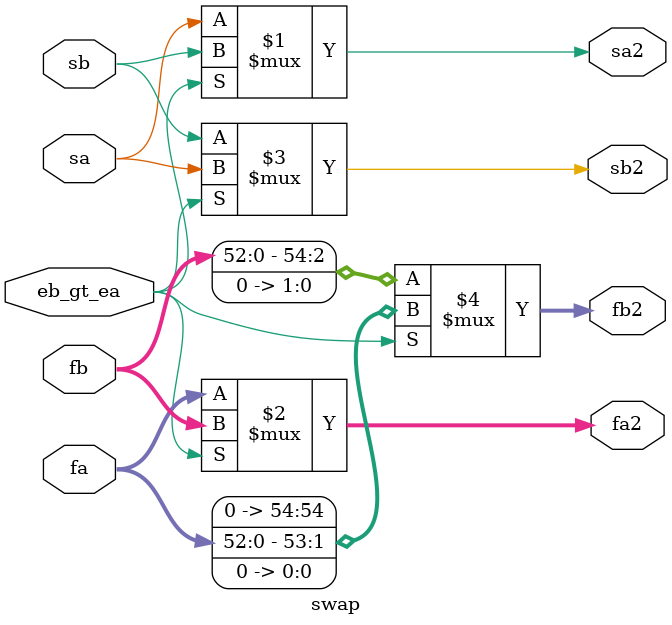
<source format=sv>
module swap (
    input sa,
    input [52:0] fa,

    input sb,
    input [52:0] fb,

    input eb_gt_ea,
    
    output sa2,
    output [52:0] fa2,
    
    output sb2,
    output [54:0] fb2
);
assign sa2 = eb_gt_ea ? sb : sa;
assign fa2 = eb_gt_ea ? fb : fa;

assign sb2 = eb_gt_ea ? sa : sb;
assign fb2 = eb_gt_ea ? {1'b0, fa[52:0], 1'b0} : {fb[52:0], 2'b0};

endmodule

</source>
